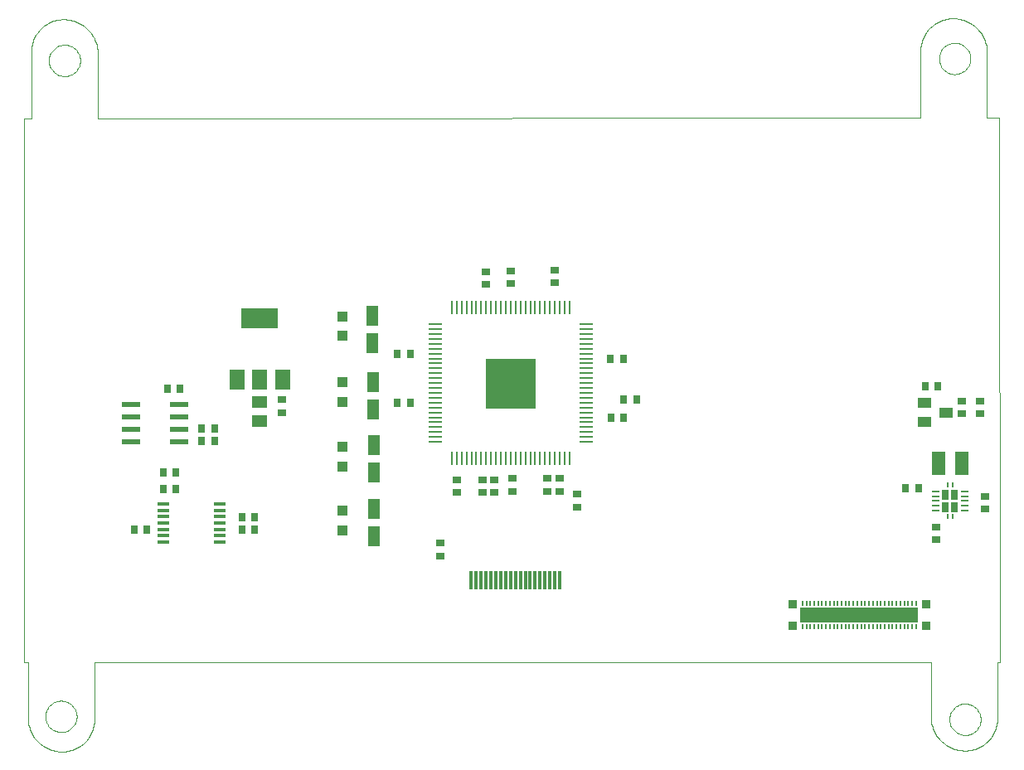
<source format=gtp>
G75*
G70*
%OFA0B0*%
%FSLAX24Y24*%
%IPPOS*%
%LPD*%
%AMOC8*
5,1,8,0,0,1.08239X$1,22.5*
%
%ADD10C,0.0000*%
%ADD11R,0.0780X0.0210*%
%ADD12R,0.0276X0.0354*%
%ADD13R,0.0098X0.0226*%
%ADD14R,0.0256X0.0404*%
%ADD15R,0.0270X0.0091*%
%ADD16C,0.0091*%
%ADD17R,0.0551X0.0945*%
%ADD18R,0.0354X0.0276*%
%ADD19R,0.0551X0.0394*%
%ADD20R,0.0580X0.0110*%
%ADD21R,0.0110X0.0580*%
%ADD22R,0.2050X0.2050*%
%ADD23R,0.0394X0.0394*%
%ADD24R,0.0472X0.0787*%
%ADD25R,0.0091X0.0197*%
%ADD26R,0.0354X0.0362*%
%ADD27R,0.4724X0.0630*%
%ADD28R,0.0472X0.0118*%
%ADD29R,0.0591X0.0787*%
%ADD30R,0.1496X0.0787*%
%ADD31R,0.0591X0.0512*%
%ADD32R,0.0118X0.0748*%
D10*
X001652Y000107D02*
X001722Y000109D01*
X001792Y000115D01*
X001862Y000124D01*
X001931Y000137D01*
X002000Y000154D01*
X002067Y000175D01*
X002133Y000199D01*
X002197Y000227D01*
X002260Y000258D01*
X002322Y000293D01*
X002381Y000331D01*
X002438Y000372D01*
X002493Y000416D01*
X002545Y000463D01*
X002595Y000513D01*
X002642Y000565D01*
X002686Y000620D01*
X002727Y000677D01*
X002765Y000736D01*
X002800Y000798D01*
X002831Y000861D01*
X002859Y000925D01*
X002883Y000991D01*
X002904Y001058D01*
X002921Y001127D01*
X002934Y001196D01*
X002943Y001266D01*
X002949Y001336D01*
X002951Y001406D01*
X002951Y003690D01*
X036573Y003690D01*
X036573Y001524D01*
X036575Y001452D01*
X036581Y001380D01*
X036590Y001308D01*
X036603Y001237D01*
X036620Y001167D01*
X036640Y001098D01*
X036665Y001030D01*
X036692Y000964D01*
X036723Y000898D01*
X036758Y000835D01*
X036795Y000773D01*
X036836Y000714D01*
X036880Y000657D01*
X036927Y000602D01*
X036977Y000550D01*
X037029Y000500D01*
X037084Y000453D01*
X037141Y000409D01*
X037200Y000368D01*
X037262Y000331D01*
X037325Y000296D01*
X037391Y000265D01*
X037457Y000238D01*
X037525Y000213D01*
X037594Y000193D01*
X037664Y000176D01*
X037735Y000163D01*
X037807Y000154D01*
X037879Y000148D01*
X037951Y000146D01*
X037321Y001406D02*
X037323Y001456D01*
X037329Y001506D01*
X037339Y001555D01*
X037353Y001603D01*
X037370Y001650D01*
X037391Y001695D01*
X037416Y001739D01*
X037444Y001780D01*
X037476Y001819D01*
X037510Y001856D01*
X037547Y001890D01*
X037587Y001920D01*
X037629Y001947D01*
X037673Y001971D01*
X037719Y001992D01*
X037766Y002008D01*
X037814Y002021D01*
X037864Y002030D01*
X037913Y002035D01*
X037964Y002036D01*
X038014Y002033D01*
X038063Y002026D01*
X038112Y002015D01*
X038160Y002000D01*
X038206Y001982D01*
X038251Y001960D01*
X038294Y001934D01*
X038335Y001905D01*
X038374Y001873D01*
X038410Y001838D01*
X038442Y001800D01*
X038472Y001760D01*
X038499Y001717D01*
X038522Y001673D01*
X038541Y001627D01*
X038557Y001579D01*
X038569Y001530D01*
X038577Y001481D01*
X038581Y001431D01*
X038581Y001381D01*
X038577Y001331D01*
X038569Y001282D01*
X038557Y001233D01*
X038541Y001185D01*
X038522Y001139D01*
X038499Y001095D01*
X038472Y001052D01*
X038442Y001012D01*
X038410Y000974D01*
X038374Y000939D01*
X038335Y000907D01*
X038294Y000878D01*
X038251Y000852D01*
X038206Y000830D01*
X038160Y000812D01*
X038112Y000797D01*
X038063Y000786D01*
X038014Y000779D01*
X037964Y000776D01*
X037913Y000777D01*
X037864Y000782D01*
X037814Y000791D01*
X037766Y000804D01*
X037719Y000820D01*
X037673Y000841D01*
X037629Y000865D01*
X037587Y000892D01*
X037547Y000922D01*
X037510Y000956D01*
X037476Y000993D01*
X037444Y001032D01*
X037416Y001073D01*
X037391Y001117D01*
X037370Y001162D01*
X037353Y001209D01*
X037339Y001257D01*
X037329Y001306D01*
X037323Y001356D01*
X037321Y001406D01*
X037951Y000147D02*
X038021Y000149D01*
X038091Y000155D01*
X038161Y000164D01*
X038230Y000177D01*
X038299Y000194D01*
X038366Y000215D01*
X038432Y000239D01*
X038496Y000267D01*
X038559Y000298D01*
X038621Y000333D01*
X038680Y000371D01*
X038737Y000412D01*
X038792Y000456D01*
X038844Y000503D01*
X038894Y000553D01*
X038941Y000605D01*
X038985Y000660D01*
X039026Y000717D01*
X039064Y000776D01*
X039099Y000838D01*
X039130Y000901D01*
X039158Y000965D01*
X039182Y001031D01*
X039203Y001098D01*
X039220Y001167D01*
X039233Y001236D01*
X039242Y001306D01*
X039248Y001376D01*
X039250Y001446D01*
X039250Y003690D01*
X039349Y003690D01*
X039329Y025619D01*
X038837Y025619D01*
X038837Y028217D01*
X036907Y027981D02*
X036909Y028031D01*
X036915Y028081D01*
X036925Y028130D01*
X036939Y028178D01*
X036956Y028225D01*
X036977Y028270D01*
X037002Y028314D01*
X037030Y028355D01*
X037062Y028394D01*
X037096Y028431D01*
X037133Y028465D01*
X037173Y028495D01*
X037215Y028522D01*
X037259Y028546D01*
X037305Y028567D01*
X037352Y028583D01*
X037400Y028596D01*
X037450Y028605D01*
X037499Y028610D01*
X037550Y028611D01*
X037600Y028608D01*
X037649Y028601D01*
X037698Y028590D01*
X037746Y028575D01*
X037792Y028557D01*
X037837Y028535D01*
X037880Y028509D01*
X037921Y028480D01*
X037960Y028448D01*
X037996Y028413D01*
X038028Y028375D01*
X038058Y028335D01*
X038085Y028292D01*
X038108Y028248D01*
X038127Y028202D01*
X038143Y028154D01*
X038155Y028105D01*
X038163Y028056D01*
X038167Y028006D01*
X038167Y027956D01*
X038163Y027906D01*
X038155Y027857D01*
X038143Y027808D01*
X038127Y027760D01*
X038108Y027714D01*
X038085Y027670D01*
X038058Y027627D01*
X038028Y027587D01*
X037996Y027549D01*
X037960Y027514D01*
X037921Y027482D01*
X037880Y027453D01*
X037837Y027427D01*
X037792Y027405D01*
X037746Y027387D01*
X037698Y027372D01*
X037649Y027361D01*
X037600Y027354D01*
X037550Y027351D01*
X037499Y027352D01*
X037450Y027357D01*
X037400Y027366D01*
X037352Y027379D01*
X037305Y027395D01*
X037259Y027416D01*
X037215Y027440D01*
X037173Y027467D01*
X037133Y027497D01*
X037096Y027531D01*
X037062Y027568D01*
X037030Y027607D01*
X037002Y027648D01*
X036977Y027692D01*
X036956Y027737D01*
X036939Y027784D01*
X036925Y027832D01*
X036915Y027881D01*
X036909Y027931D01*
X036907Y027981D01*
X037459Y029595D02*
X037531Y029593D01*
X037603Y029587D01*
X037675Y029578D01*
X037746Y029565D01*
X037816Y029548D01*
X037885Y029528D01*
X037953Y029503D01*
X038019Y029476D01*
X038085Y029445D01*
X038148Y029410D01*
X038210Y029373D01*
X038269Y029332D01*
X038326Y029288D01*
X038381Y029241D01*
X038433Y029191D01*
X038483Y029139D01*
X038530Y029084D01*
X038574Y029027D01*
X038615Y028968D01*
X038652Y028906D01*
X038687Y028843D01*
X038718Y028777D01*
X038745Y028711D01*
X038770Y028643D01*
X038790Y028574D01*
X038807Y028504D01*
X038820Y028433D01*
X038829Y028361D01*
X038835Y028289D01*
X038837Y028217D01*
X037459Y029595D02*
X037389Y029593D01*
X037319Y029587D01*
X037249Y029578D01*
X037180Y029565D01*
X037111Y029548D01*
X037044Y029527D01*
X036978Y029503D01*
X036914Y029475D01*
X036851Y029444D01*
X036789Y029409D01*
X036730Y029371D01*
X036673Y029330D01*
X036618Y029286D01*
X036566Y029239D01*
X036516Y029189D01*
X036469Y029137D01*
X036425Y029082D01*
X036384Y029025D01*
X036346Y028966D01*
X036311Y028904D01*
X036280Y028841D01*
X036252Y028777D01*
X036228Y028711D01*
X036207Y028644D01*
X036190Y028575D01*
X036177Y028506D01*
X036168Y028436D01*
X036162Y028366D01*
X036160Y028296D01*
X036160Y025619D01*
X003089Y025580D01*
X003089Y028178D01*
X001120Y027902D02*
X001122Y027952D01*
X001128Y028002D01*
X001138Y028051D01*
X001152Y028099D01*
X001169Y028146D01*
X001190Y028191D01*
X001215Y028235D01*
X001243Y028276D01*
X001275Y028315D01*
X001309Y028352D01*
X001346Y028386D01*
X001386Y028416D01*
X001428Y028443D01*
X001472Y028467D01*
X001518Y028488D01*
X001565Y028504D01*
X001613Y028517D01*
X001663Y028526D01*
X001712Y028531D01*
X001763Y028532D01*
X001813Y028529D01*
X001862Y028522D01*
X001911Y028511D01*
X001959Y028496D01*
X002005Y028478D01*
X002050Y028456D01*
X002093Y028430D01*
X002134Y028401D01*
X002173Y028369D01*
X002209Y028334D01*
X002241Y028296D01*
X002271Y028256D01*
X002298Y028213D01*
X002321Y028169D01*
X002340Y028123D01*
X002356Y028075D01*
X002368Y028026D01*
X002376Y027977D01*
X002380Y027927D01*
X002380Y027877D01*
X002376Y027827D01*
X002368Y027778D01*
X002356Y027729D01*
X002340Y027681D01*
X002321Y027635D01*
X002298Y027591D01*
X002271Y027548D01*
X002241Y027508D01*
X002209Y027470D01*
X002173Y027435D01*
X002134Y027403D01*
X002093Y027374D01*
X002050Y027348D01*
X002005Y027326D01*
X001959Y027308D01*
X001911Y027293D01*
X001862Y027282D01*
X001813Y027275D01*
X001763Y027272D01*
X001712Y027273D01*
X001663Y027278D01*
X001613Y027287D01*
X001565Y027300D01*
X001518Y027316D01*
X001472Y027337D01*
X001428Y027361D01*
X001386Y027388D01*
X001346Y027418D01*
X001309Y027452D01*
X001275Y027489D01*
X001243Y027528D01*
X001215Y027569D01*
X001190Y027613D01*
X001169Y027658D01*
X001152Y027705D01*
X001138Y027753D01*
X001128Y027802D01*
X001122Y027852D01*
X001120Y027902D01*
X001711Y029556D02*
X001783Y029554D01*
X001855Y029548D01*
X001927Y029539D01*
X001998Y029526D01*
X002068Y029509D01*
X002137Y029489D01*
X002205Y029464D01*
X002271Y029437D01*
X002337Y029406D01*
X002400Y029371D01*
X002462Y029334D01*
X002521Y029293D01*
X002578Y029249D01*
X002633Y029202D01*
X002685Y029152D01*
X002735Y029100D01*
X002782Y029045D01*
X002826Y028988D01*
X002867Y028929D01*
X002904Y028867D01*
X002939Y028804D01*
X002970Y028738D01*
X002997Y028672D01*
X003022Y028604D01*
X003042Y028535D01*
X003059Y028465D01*
X003072Y028394D01*
X003081Y028322D01*
X003087Y028250D01*
X003089Y028178D01*
X001711Y029556D02*
X001641Y029554D01*
X001571Y029548D01*
X001501Y029539D01*
X001432Y029526D01*
X001363Y029509D01*
X001296Y029488D01*
X001230Y029464D01*
X001166Y029436D01*
X001103Y029405D01*
X001041Y029370D01*
X000982Y029332D01*
X000925Y029291D01*
X000870Y029247D01*
X000818Y029200D01*
X000768Y029150D01*
X000721Y029098D01*
X000677Y029043D01*
X000636Y028986D01*
X000598Y028927D01*
X000563Y028865D01*
X000532Y028802D01*
X000504Y028738D01*
X000480Y028672D01*
X000459Y028605D01*
X000442Y028536D01*
X000429Y028467D01*
X000420Y028397D01*
X000414Y028327D01*
X000412Y028257D01*
X000411Y028257D02*
X000411Y025580D01*
X000136Y025580D01*
X000136Y003690D01*
X000274Y003690D01*
X000274Y001485D01*
X000982Y001524D02*
X000984Y001574D01*
X000990Y001624D01*
X001000Y001673D01*
X001014Y001721D01*
X001031Y001768D01*
X001052Y001813D01*
X001077Y001857D01*
X001105Y001898D01*
X001137Y001937D01*
X001171Y001974D01*
X001208Y002008D01*
X001248Y002038D01*
X001290Y002065D01*
X001334Y002089D01*
X001380Y002110D01*
X001427Y002126D01*
X001475Y002139D01*
X001525Y002148D01*
X001574Y002153D01*
X001625Y002154D01*
X001675Y002151D01*
X001724Y002144D01*
X001773Y002133D01*
X001821Y002118D01*
X001867Y002100D01*
X001912Y002078D01*
X001955Y002052D01*
X001996Y002023D01*
X002035Y001991D01*
X002071Y001956D01*
X002103Y001918D01*
X002133Y001878D01*
X002160Y001835D01*
X002183Y001791D01*
X002202Y001745D01*
X002218Y001697D01*
X002230Y001648D01*
X002238Y001599D01*
X002242Y001549D01*
X002242Y001499D01*
X002238Y001449D01*
X002230Y001400D01*
X002218Y001351D01*
X002202Y001303D01*
X002183Y001257D01*
X002160Y001213D01*
X002133Y001170D01*
X002103Y001130D01*
X002071Y001092D01*
X002035Y001057D01*
X001996Y001025D01*
X001955Y000996D01*
X001912Y000970D01*
X001867Y000948D01*
X001821Y000930D01*
X001773Y000915D01*
X001724Y000904D01*
X001675Y000897D01*
X001625Y000894D01*
X001574Y000895D01*
X001525Y000900D01*
X001475Y000909D01*
X001427Y000922D01*
X001380Y000938D01*
X001334Y000959D01*
X001290Y000983D01*
X001248Y001010D01*
X001208Y001040D01*
X001171Y001074D01*
X001137Y001111D01*
X001105Y001150D01*
X001077Y001191D01*
X001052Y001235D01*
X001031Y001280D01*
X001014Y001327D01*
X001000Y001375D01*
X000990Y001424D01*
X000984Y001474D01*
X000982Y001524D01*
X000274Y001485D02*
X000276Y001413D01*
X000282Y001341D01*
X000291Y001269D01*
X000304Y001198D01*
X000321Y001128D01*
X000341Y001059D01*
X000366Y000991D01*
X000393Y000925D01*
X000424Y000859D01*
X000459Y000796D01*
X000496Y000734D01*
X000537Y000675D01*
X000581Y000618D01*
X000628Y000563D01*
X000678Y000511D01*
X000730Y000461D01*
X000785Y000414D01*
X000842Y000370D01*
X000901Y000329D01*
X000963Y000292D01*
X001026Y000257D01*
X001092Y000226D01*
X001158Y000199D01*
X001226Y000174D01*
X001295Y000154D01*
X001365Y000137D01*
X001436Y000124D01*
X001508Y000115D01*
X001580Y000109D01*
X001652Y000107D01*
D11*
X004422Y012585D03*
X004422Y013085D03*
X004422Y013585D03*
X004422Y014085D03*
X006362Y014085D03*
X006362Y013585D03*
X006362Y013085D03*
X006362Y012585D03*
D12*
X007262Y012587D03*
X007774Y012587D03*
X007774Y013099D03*
X007262Y013099D03*
X006396Y014713D03*
X005884Y014713D03*
X005726Y011347D03*
X006238Y011347D03*
X006238Y010678D03*
X005726Y010678D03*
X005057Y009044D03*
X004545Y009044D03*
X008876Y009024D03*
X009388Y009024D03*
X009388Y009536D03*
X008876Y009536D03*
X015136Y014143D03*
X015648Y014143D03*
X015648Y016111D03*
X015136Y016111D03*
X023699Y015914D03*
X024211Y015914D03*
X024230Y014261D03*
X024742Y014261D03*
X024230Y013552D03*
X023719Y013552D03*
X035572Y010687D03*
X036084Y010687D03*
X036356Y014812D03*
X036868Y014812D03*
D13*
X037243Y010824D03*
X037459Y010824D03*
X037459Y009554D03*
X037243Y009554D03*
D14*
X037164Y009928D03*
X037538Y009928D03*
X037538Y010449D03*
X037164Y010449D03*
D15*
X036758Y010386D03*
X036758Y010582D03*
X036758Y010189D03*
X036758Y009992D03*
X036758Y009795D03*
X037945Y009795D03*
X037945Y009992D03*
X037945Y010189D03*
X037945Y010386D03*
X037945Y010582D03*
D16*
X037810Y010582D03*
X037810Y010386D03*
X037810Y010189D03*
X037810Y009992D03*
X037810Y009795D03*
X036892Y009795D03*
X036892Y009992D03*
X036892Y010189D03*
X036892Y010386D03*
X036892Y010582D03*
D17*
X036879Y011704D03*
X037823Y011704D03*
D18*
X038749Y010386D03*
X038749Y009874D03*
X036787Y009133D03*
X036787Y008621D03*
X037833Y013690D03*
X037833Y014202D03*
X038541Y014202D03*
X038541Y013690D03*
X022341Y010461D03*
X022341Y009950D03*
X021652Y010580D03*
X021140Y010580D03*
X021140Y011091D03*
X021652Y011091D03*
X019742Y011091D03*
X019014Y011052D03*
X018561Y011052D03*
X018561Y010540D03*
X019014Y010540D03*
X019742Y010580D03*
X017537Y010540D03*
X017537Y011052D03*
X016868Y008493D03*
X016868Y007981D03*
X010490Y013749D03*
X010490Y014261D03*
X018699Y018906D03*
X018699Y019418D03*
X019683Y019438D03*
X019683Y018926D03*
X021455Y018965D03*
X021455Y019477D03*
D19*
X036317Y014123D03*
X036317Y013375D03*
X037183Y013749D03*
D20*
X022723Y013750D03*
X022723Y013950D03*
X022723Y014140D03*
X022723Y014340D03*
X022723Y014540D03*
X022723Y014730D03*
X022723Y014930D03*
X022723Y015130D03*
X022723Y015320D03*
X022723Y015520D03*
X022723Y015720D03*
X022723Y015910D03*
X022723Y016110D03*
X022723Y016310D03*
X022723Y016500D03*
X022723Y016700D03*
X022723Y016900D03*
X022723Y017100D03*
X022723Y017290D03*
X022723Y013550D03*
X022723Y013360D03*
X022723Y013160D03*
X022723Y012960D03*
X022723Y012760D03*
X022723Y012570D03*
X016643Y012570D03*
X016643Y012760D03*
X016643Y012960D03*
X016643Y013160D03*
X016643Y013360D03*
X016643Y013550D03*
X016643Y013750D03*
X016643Y013950D03*
X016643Y014140D03*
X016643Y014340D03*
X016643Y014540D03*
X016643Y014730D03*
X016643Y014930D03*
X016643Y015130D03*
X016643Y015320D03*
X016643Y015520D03*
X016643Y015720D03*
X016643Y015910D03*
X016643Y016110D03*
X016643Y016310D03*
X016643Y016500D03*
X016643Y016700D03*
X016643Y016900D03*
X016643Y017100D03*
X016643Y017290D03*
D21*
X017323Y017970D03*
X017513Y017970D03*
X017713Y017970D03*
X017913Y017970D03*
X018113Y017970D03*
X018303Y017970D03*
X018503Y017970D03*
X018703Y017970D03*
X018893Y017970D03*
X019093Y017970D03*
X019293Y017970D03*
X019483Y017970D03*
X019683Y017970D03*
X019883Y017970D03*
X020073Y017970D03*
X020273Y017970D03*
X020473Y017970D03*
X020663Y017970D03*
X020863Y017970D03*
X021063Y017970D03*
X021253Y017970D03*
X021453Y017970D03*
X021653Y017970D03*
X021853Y017970D03*
X022043Y017970D03*
X022043Y011890D03*
X021853Y011890D03*
X021653Y011890D03*
X021453Y011890D03*
X021253Y011890D03*
X021063Y011890D03*
X020863Y011890D03*
X020663Y011890D03*
X020473Y011890D03*
X020273Y011890D03*
X020073Y011890D03*
X019883Y011890D03*
X019683Y011890D03*
X019483Y011890D03*
X019293Y011890D03*
X019093Y011890D03*
X018893Y011890D03*
X018703Y011890D03*
X018503Y011890D03*
X018303Y011890D03*
X018113Y011890D03*
X017913Y011890D03*
X017713Y011890D03*
X017513Y011890D03*
X017323Y011890D03*
D22*
X019693Y014910D03*
D23*
X012911Y014969D03*
X012911Y014182D03*
X012911Y012371D03*
X012911Y011583D03*
X012911Y009792D03*
X012911Y009005D03*
X012911Y016820D03*
X012911Y017607D03*
D24*
X014132Y017627D03*
X014132Y016524D03*
X014171Y014969D03*
X014171Y013867D03*
X014191Y012430D03*
X014191Y011328D03*
X014191Y009871D03*
X014191Y008769D03*
D25*
X031415Y006072D03*
X031573Y006072D03*
X031730Y006072D03*
X031888Y006072D03*
X032045Y006072D03*
X032203Y006072D03*
X032360Y006072D03*
X032518Y006072D03*
X032675Y006072D03*
X032833Y006072D03*
X032990Y006072D03*
X033148Y006072D03*
X033305Y006072D03*
X033463Y006072D03*
X033620Y006072D03*
X033778Y006072D03*
X033935Y006072D03*
X034093Y006072D03*
X034250Y006072D03*
X034408Y006072D03*
X034565Y006072D03*
X034723Y006072D03*
X034880Y006072D03*
X035037Y006072D03*
X035195Y006072D03*
X035352Y006072D03*
X035510Y006072D03*
X035667Y006072D03*
X035825Y006072D03*
X035982Y006072D03*
X035982Y005127D03*
X035825Y005127D03*
X035667Y005127D03*
X035510Y005127D03*
X035352Y005127D03*
X035195Y005127D03*
X035037Y005127D03*
X034880Y005127D03*
X034723Y005127D03*
X034565Y005127D03*
X034408Y005127D03*
X034250Y005127D03*
X034093Y005127D03*
X033935Y005127D03*
X033778Y005127D03*
X033620Y005127D03*
X033463Y005127D03*
X033305Y005127D03*
X033148Y005127D03*
X032990Y005127D03*
X032833Y005127D03*
X032675Y005127D03*
X032518Y005127D03*
X032360Y005127D03*
X032203Y005127D03*
X032045Y005127D03*
X031888Y005127D03*
X031730Y005127D03*
X031573Y005127D03*
X031415Y005127D03*
D26*
X031022Y005166D03*
X031022Y006032D03*
X036376Y006032D03*
X036376Y005166D03*
D27*
X033699Y005599D03*
D28*
X007990Y008532D03*
X007990Y008788D03*
X007990Y009044D03*
X007990Y009300D03*
X007990Y009556D03*
X007990Y009812D03*
X007990Y010068D03*
X005707Y010068D03*
X005707Y009812D03*
X005707Y009556D03*
X005707Y009300D03*
X005707Y009044D03*
X005707Y008788D03*
X005707Y008532D03*
D29*
X008699Y015068D03*
X009604Y015068D03*
X010510Y015068D03*
D30*
X009604Y017548D03*
D31*
X009604Y014162D03*
X009604Y013414D03*
D32*
X018089Y007001D03*
X018286Y007001D03*
X018482Y007001D03*
X018679Y007001D03*
X018896Y007001D03*
X019093Y007001D03*
X019289Y007001D03*
X019486Y007001D03*
X019683Y007001D03*
X019880Y007001D03*
X020077Y007001D03*
X020274Y007001D03*
X020471Y007001D03*
X020667Y007001D03*
X020864Y007001D03*
X021061Y007001D03*
X021258Y007001D03*
X021455Y007001D03*
X021652Y007001D03*
M02*

</source>
